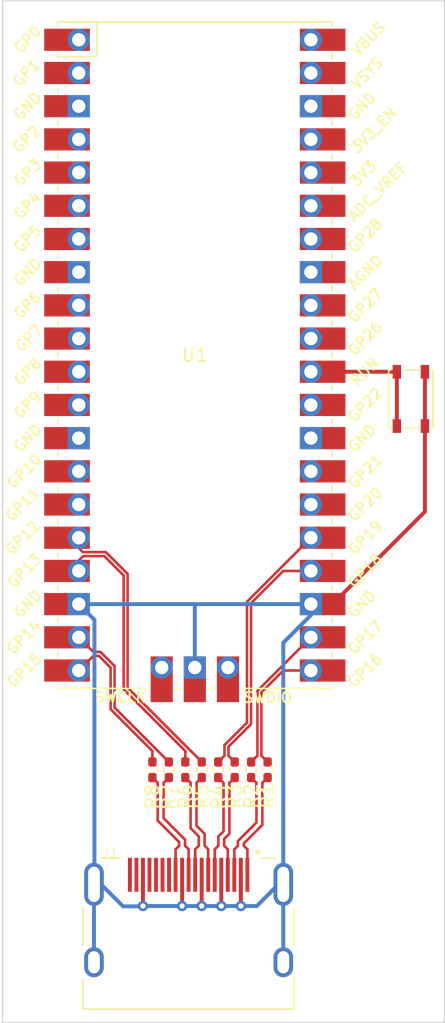
<source format=kicad_pcb>
(kicad_pcb (version 20211014) (generator pcbnew)
  (layers (0 "F.Cu" signal) (31 "B.Cu" signal) (34 "B.Paste" user) (35 "F.Paste" user) (36 "B.SilkS" user "B.Silkscreen") (37 "F.SilkS" user "F.Silkscreen") (38 "B.Mask" user) (39 "F.Mask" user) (44 "Edge.Cuts" user))
  (net 0 "")
  (net 1 "GND")
  (net 8 "FC_HDMI_D2+")
  (net 9 "FC_HDMI_D2-")
  (net 10 "FC_HDMI_D1+")
  (net 11 "FC_HDMI_D1-")
  (net 12 "FC_HDMI_D0+")
  (net 13 "FC_HDMI_D0-")
  (net 14 "FC_HDMI_CK+")
  (net 15 "FC_HDMI_CK-")
  (net 16 "Net-(SW1-Pad1)")
  (net 48 "/d2+")
  (net 49 "/d2-")
  (net 50 "/d1+")
  (net 51 "/d1-")
  (net 52 "/d0+")
  (net 53 "/d0-")
  (net 54 "/ck+")
  (net 55 "/ck-")
  (footprint "Resistor_SMD:R_0402_1005Metric_Pad0.72x0.64mm_HandSolder" (layer "F.Cu") (at 182.735714 118.8 -90)
    (fp_text reference "R7" (at 2.1 0 90) (layer "F.SilkS"))
    (fp_text value "270R" hide)
    (fp_line (start -0.167621 -0.38) (end 0.167621 -0.38) (layer "F.SilkS") (width 0.12))
    (fp_line (start -0.167621 0.38) (end 0.167621 0.38) (layer "F.SilkS") (width 0.12))
    (pad "1" smd roundrect locked (at -0.5975 0 270) (size 0.715 0.64) (layers "F.Cu" "F.Paste" "F.Mask") (net 14 "FC_HDMI_CK+"))
    (pad "2" smd roundrect locked (at 0.5975 0 270) (size 0.715 0.64) (layers "F.Cu" "F.Paste" "F.Mask") (net 54 "/ck+"))
  )
  (footprint "Resistor_SMD:R_0402_1005Metric_Pad0.72x0.64mm_HandSolder" (layer "F.Cu") (at 189.039284 118.8 -90)
    (fp_text reference "R2" (at 2.025 0 90) (layer "F.SilkS"))
    (fp_text value "270R" hide)
    (fp_line (start -0.167621 0.38) (end 0.167621 0.38) (layer "F.SilkS") (width 0.12))
    (fp_line (start -0.167621 -0.38) (end 0.167621 -0.38) (layer "F.SilkS") (width 0.12))
    (pad "1" smd roundrect locked (at -0.5975 0 270) (size 0.715 0.64) (layers "F.Cu" "F.Paste" "F.Mask") (net 9 "FC_HDMI_D2-"))
    (pad "2" smd roundrect locked (at 0.5975 0 270) (size 0.715 0.64) (layers "F.Cu" "F.Paste" "F.Mask") (net 49 "/d2-"))
  )
  (footprint "Resistor_SMD:R_0402_1005Metric_Pad0.72x0.64mm_HandSolder" (layer "F.Cu") (at 190.3 118.8 -90)
    (fp_text reference "R1" (at 2 0 90) (layer "F.SilkS"))
    (fp_text value "270R" hide)
    (fp_line (start -0.167621 0.38) (end 0.167621 0.38) (layer "F.SilkS") (width 0.12))
    (fp_line (start -0.167621 -0.38) (end 0.167621 -0.38) (layer "F.SilkS") (width 0.12))
    (pad "1" smd roundrect locked (at -0.5975 0 270) (size 0.715 0.64) (layers "F.Cu" "F.Paste" "F.Mask") (net 8 "FC_HDMI_D2+"))
    (pad "2" smd roundrect locked (at 0.5975 0 270) (size 0.715 0.64) (layers "F.Cu" "F.Paste" "F.Mask") (net 48 "/d2+"))
  )
  (footprint "Resistor_SMD:R_0402_1005Metric_Pad0.72x0.64mm_HandSolder" (layer "F.Cu") (at 186.517856 118.8 -90)
    (fp_text reference "R4" (at 2.075 0 90) (layer "F.SilkS"))
    (fp_text value "270R" hide)
    (fp_line (start -0.167621 -0.38) (end 0.167621 -0.38) (layer "F.SilkS") (width 0.12))
    (fp_line (start -0.167621 0.38) (end 0.167621 0.38) (layer "F.SilkS") (width 0.12))
    (pad "1" smd roundrect locked (at -0.5975 0 270) (size 0.715 0.64) (layers "F.Cu" "F.Paste" "F.Mask") (net 11 "FC_HDMI_D1-"))
    (pad "2" smd roundrect locked (at 0.5975 0 270) (size 0.715 0.64) (layers "F.Cu" "F.Paste" "F.Mask") (net 51 "/d1-"))
  )
  (footprint "Resistor_SMD:R_0402_1005Metric_Pad0.72x0.64mm_HandSolder" (layer "F.Cu") (at 181.475 118.8 -90)
    (fp_text reference "R8" (at 2.075 0 90) (layer "F.SilkS"))
    (fp_text value "270R" hide)
    (fp_line (start -0.167621 -0.38) (end 0.167621 -0.38) (layer "F.SilkS") (width 0.12))
    (fp_line (start -0.167621 0.38) (end 0.167621 0.38) (layer "F.SilkS") (width 0.12))
    (pad "1" smd roundrect locked (at -0.5975 0 270) (size 0.715 0.64) (layers "F.Cu" "F.Paste" "F.Mask") (net 15 "FC_HDMI_CK-"))
    (pad "2" smd roundrect locked (at 0.5975 0 270) (size 0.715 0.64) (layers "F.Cu" "F.Paste" "F.Mask") (net 55 "/ck-"))
  )
  (footprint "MCU_RaspberryPi_and_Boards:RPi_Pico_SMD_TH" (layer "F.Cu") (at 184.725 87.075)
    (fp_text reference "U1" (at 0 0) (layer "F.SilkS"))
    (fp_text value "Pico")
    (fp_text user "SWCLK" (at -5.7 26.2) (layer "F.SilkS") (effects (font (size 0.8 0.8))))
    (fp_text user "GP18" (at 13.054 16.51 45) (layer "F.SilkS") (effects (font (size 0.8 0.8))))
    (fp_text user "GP14" (at -13.1 21.59 45) (layer "F.SilkS") (effects (font (size 0.8 0.8))))
    (fp_text user "GP7" (at -12.7 -1.3 45) (layer "F.SilkS") (effects (font (size 0.8 0.8))))
    (fp_text user "GP8" (at -12.8 1.27 45) (layer "F.SilkS") (effects (font (size 0.8 0.8))))
    (fp_text user "GP21" (at 13.054 8.9 45) (layer "F.SilkS") (effects (font (size 0.8 0.8))))
    (fp_text user "GND" (at -12.8 6.35 45) (layer "F.SilkS") (effects (font (size 0.8 0.8))))
    (fp_text user "GP12" (at -13.2 13.97 45) (layer "F.SilkS") (effects (font (size 0.8 0.8))))
    (fp_text user "GP3" (at -12.8 -13.97 45) (layer "F.SilkS") (effects (font (size 0.8 0.8))))
    (fp_text user "GP6" (at -12.8 -3.81 45) (layer "F.SilkS") (effects (font (size 0.8 0.8))))
    (fp_text user "GND" (at 12.8 -19.05 45) (layer "F.SilkS") (effects (font (size 0.8 0.8))))
    (fp_text user "GP10" (at -13.054 8.89 45) (layer "F.SilkS") (effects (font (size 0.8 0.8))))
    (fp_text user "GP1" (at -12.9 -21.6 45) (layer "F.SilkS") (effects (font (size 0.8 0.8))))
    (fp_text user "GP19" (at 13.054 13.97 45) (layer "F.SilkS") (effects (font (size 0.8 0.8))))
    (fp_text user "GND" (at 12.8 6.35 45) (layer "F.SilkS") (effects (font (size 0.8 0.8))))
    (fp_text user "GND" (at 12.8 19.05 45) (layer "F.SilkS") (effects (font (size 0.8 0.8))))
    (fp_text user "GP13" (at -13.054 16.51 45) (layer "F.SilkS") (effects (font (size 0.8 0.8))))
    (fp_text user "AGND" (at 13.054 -6.35 45) (layer "F.SilkS") (effects (font (size 0.8 0.8))))
    (fp_text user "GP4" (at -12.8 -11.43 45) (layer "F.SilkS") (effects (font (size 0.8 0.8))))
    (fp_text user "GP2" (at -12.9 -16.51 45) (layer "F.SilkS") (effects (font (size 0.8 0.8))))
    (fp_text user "GND" (at -12.8 -19.05 45) (layer "F.SilkS") (effects (font (size 0.8 0.8))))
    (fp_text user "GP22" (at 13.054 3.81 45) (layer "F.SilkS") (effects (font (size 0.8 0.8))))
    (fp_text user "GP28" (at 13.054 -9.144 45) (layer "F.SilkS") (effects (font (size 0.8 0.8))))
    (fp_text user "GP26" (at 13.054 -1.27 45) (layer "F.SilkS") (effects (font (size 0.8 0.8))))
    (fp_text user "3V3_EN" (at 13.7 -17.2 45) (layer "F.SilkS") (effects (font (size 0.8 0.8))))
    (fp_text user "VSYS" (at 13.2 -21.59 45) (layer "F.SilkS") (effects (font (size 0.8 0.8))))
    (fp_text user "RUN" (at 13 1.27 45) (layer "F.SilkS") (effects (font (size 0.8 0.8))))
    (fp_text user "GP20" (at 13.054 11.43 45) (layer "F.SilkS") (effects (font (size 0.8 0.8))))
    (fp_text user "GP0" (at -12.8 -24.13 45) (layer "F.SilkS") (effects (font (size 0.8 0.8))))
    (fp_text user "GP15" (at -13.054 24.13 45) (layer "F.SilkS") (effects (font (size 0.8 0.8))))
    (fp_text user "GP11" (at -13.2 11.43 45) (layer "F.SilkS") (effects (font (size 0.8 0.8))))
    (fp_text user "GP5" (at -12.8 -8.89 45) (layer "F.SilkS") (effects (font (size 0.8 0.8))))
    (fp_text user "GND" (at -12.8 -6.35 45) (layer "F.SilkS") (effects (font (size 0.8 0.8))))
    (fp_text user "VBUS" (at 13.3 -24.2 45) (layer "F.SilkS") (effects (font (size 0.8 0.8))))
    (fp_text user "ADC_VREF" (at 14 -12.5 45) (layer "F.SilkS") (effects (font (size 0.8 0.8))))
    (fp_text user "GND" (at -12.8 19.05 45) (layer "F.SilkS") (effects (font (size 0.8 0.8))))
    (fp_text user "SWDIO" (at 5.6 26.2) (layer "F.SilkS") (effects (font (size 0.8 0.8))))
    (fp_text user "GP27" (at 13.054 -3.8 45) (layer "F.SilkS") (effects (font (size 0.8 0.8))))
    (fp_text user "3V3" (at 12.9 -13.9 45) (layer "F.SilkS") (effects (font (size 0.8 0.8))))
    (fp_text user "GP16" (at 13.054 24.13 45) (layer "F.SilkS") (effects (font (size 0.8 0.8))))
    (fp_text user "GP9" (at -12.8 3.81 45) (layer "F.SilkS") (effects (font (size 0.8 0.8))))
    (fp_text user "GP17" (at 13.054 21.59 45) (layer "F.SilkS") (effects (font (size 0.8 0.8))))
    (fp_line (start -10.5 -18) (end -10.5 -17.6) (layer "F.SilkS") (width 0.12))
    (fp_line (start -10.5 7.4) (end -10.5 7.8) (layer "F.SilkS") (width 0.12))
    (fp_line (start 10.5 20.1) (end 10.5 20.5) (layer "F.SilkS") (width 0.12))
    (fp_line (start -10.5 -25.5) (end 10.5 -25.5) (layer "F.SilkS") (width 0.12))
    (fp_line (start 10.5 -5.3) (end 10.5 -4.9) (layer "F.SilkS") (width 0.12))
    (fp_line (start -10.5 15.1) (end -10.5 15.5) (layer "F.SilkS") (width 0.12))
    (fp_line (start 10.5 12.5) (end 10.5 12.9) (layer "F.SilkS") (width 0.12))
    (fp_line (start -10.5 -22.833) (end -7.493 -22.833) (layer "F.SilkS") (width 0.12))
    (fp_line (start 10.5 -10.4) (end 10.5 -10) (layer "F.SilkS") (width 0.12))
    (fp_line (start 10.5 17.6) (end 10.5 18) (layer "F.SilkS") (width 0.12))
    (fp_line (start 10.5 7.4) (end 10.5 7.8) (layer "F.SilkS") (width 0.12))
    (fp_line (start -1.5 25.5) (end -1.1 25.5) (layer "F.SilkS") (width 0.12))
    (fp_line (start -10.5 -20.5) (end -10.5 -20.1) (layer "F.SilkS") (width 0.12))
    (fp_line (start -10.5 12.5) (end -10.5 12.9) (layer "F.SilkS") (width 0.12))
    (fp_line (start -7.493 -22.833) (end -7.493 -25.5) (layer "F.SilkS") (width 0.12))
    (fp_line (start 10.5 10) (end 10.5 10.4) (layer "F.SilkS") (width 0.12))
    (fp_line (start -10.5 -2.7) (end -10.5 -2.3) (layer "F.SilkS") (width 0.12))
    (fp_line (start -10.5 20.1) (end -10.5 20.5) (layer "F.SilkS") (width 0.12))
    (fp_line (start 10.5 -18) (end 10.5 -17.6) (layer "F.SilkS") (width 0.12))
    (fp_line (start -10.5 10) (end -10.5 10.4) (layer "F.SilkS") (width 0.12))
    (fp_line (start 10.5 -0.2) (end 10.5 0.2) (layer "F.SilkS") (width 0.12))
    (fp_line (start -10.5 -0.2) (end -10.5 0.2) (layer "F.SilkS") (width 0.12))
    (fp_line (start -10.5 4.9) (end -10.5 5.3) (layer "F.SilkS") (width 0.12))
    (fp_line (start 10.5 -23.1) (end 10.5 -22.7) (layer "F.SilkS") (width 0.12))
    (fp_line (start 10.5 22.7) (end 10.5 23.1) (layer "F.SilkS") (width 0.12))
    (fp_line (start -10.5 -5.3) (end -10.5 -4.9) (layer "F.SilkS") (width 0.12))
    (fp_line (start -10.5 2.3) (end -10.5 2.7) (layer "F.SilkS") (width 0.12))
    (fp_line (start 10.5 -2.7) (end 10.5 -2.3) (layer "F.SilkS") (width 0.12))
    (fp_line (start 10.5 -12.9) (end 10.5 -12.5) (layer "F.SilkS") (width 0.12))
    (fp_line (start -10.5 -15.4) (end -10.5 -15) (layer "F.SilkS") (width 0.12))
    (fp_line (start -10.5 22.7) (end -10.5 23.1) (layer "F.SilkS") (width 0.12))
    (fp_line (start 10.5 -25.5) (end 10.5 -25.2) (layer "F.SilkS") (width 0.12))
    (fp_line (start 10.5 -7.8) (end 10.5 -7.4) (layer "F.SilkS") (width 0.12))
    (fp_line (start 10.5 4.9) (end 10.5 5.3) (layer "F.SilkS") (width 0.12))
    (fp_line (start -10.5 -7.8) (end -10.5 -7.4) (layer "F.SilkS") (width 0.12))
    (fp_line (start -10.5 -10.4) (end -10.5 -10) (layer "F.SilkS") (width 0.12))
    (fp_line (start 10.5 -15.4) (end 10.5 -15) (layer "F.SilkS") (width 0.12))
    (fp_line (start 1.1 25.5) (end 1.5 25.5) (layer "F.SilkS") (width 0.12))
    (fp_line (start 10.5 15.1) (end 10.5 15.5) (layer "F.SilkS") (width 0.12))
    (fp_line (start -3.7 25.5) (end -10.5 25.5) (layer "F.SilkS") (width 0.12))
    (fp_line (start 10.5 -20.5) (end 10.5 -20.1) (layer "F.SilkS") (width 0.12))
    (fp_line (start -10.5 -23.1) (end -10.5 -22.7) (layer "F.SilkS") (width 0.12))
    (fp_line (start -10.5 17.6) (end -10.5 18) (layer "F.SilkS") (width 0.12))
    (fp_line (start -10.5 -12.9) (end -10.5 -12.5) (layer "F.SilkS") (width 0.12))
    (fp_line (start 10.5 25.5) (end 3.7 25.5) (layer "F.SilkS") (width 0.12))
    (fp_line (start -10.5 -25.5) (end -10.5 -25.2) (layer "F.SilkS") (width 0.12))
    (fp_line (start 10.5 2.3) (end 10.5 2.7) (layer "F.SilkS") (width 0.12))
    (pad "" np_thru_hole oval locked (at -2.725 -24) (size 1.8 1.8) (drill 1.8) (layers *.Cu *.Mask))
    (pad "" np_thru_hole oval locked (at 2.725 -24) (size 1.8 1.8) (drill 1.8) (layers *.Cu *.Mask))
    (pad "" np_thru_hole oval locked (at 2.425 -20.97) (size 1.5 1.5) (drill 1.5) (layers *.Cu *.Mask))
    (pad "" np_thru_hole oval locked (at -2.425 -20.97) (size 1.5 1.5) (drill 1.5) (layers *.Cu *.Mask))
    (pad "1" thru_hole oval locked (at -8.89 -24.13) (size 1.7 1.7) (drill 1.02) (layers *.Cu *.Mask))
    (pad "1" smd rect locked (at -8.89 -24.13) (size 3.5 1.7) (drill (offset -0.9 0)) (layers "F.Cu" "F.Mask"))
    (pad "2" smd rect locked (at -8.89 -21.59) (size 3.5 1.7) (drill (offset -0.9 0)) (layers "F.Cu" "F.Mask"))
    (pad "2" thru_hole oval locked (at -8.89 -21.59) (size 1.7 1.7) (drill 1.02) (layers *.Cu *.Mask))
    (pad "3" smd rect locked (at -8.89 -19.05) (size 3.5 1.7) (drill (offset -0.9 0)) (layers "F.Cu" "F.Mask"))
    (pad "3" thru_hole rect locked (at -8.89 -19.05) (size 1.7 1.7) (drill 1.02) (layers *.Cu *.Mask))
    (pad "4" smd rect locked (at -8.89 -16.51) (size 3.5 1.7) (drill (offset -0.9 0)) (layers "F.Cu" "F.Mask"))
    (pad "4" thru_hole oval locked (at -8.89 -16.51) (size 1.7 1.7) (drill 1.02) (layers *.Cu *.Mask))
    (pad "5" smd rect locked (at -8.89 -13.97) (size 3.5 1.7) (drill (offset -0.9 0)) (layers "F.Cu" "F.Mask"))
    (pad "5" thru_hole oval locked (at -8.89 -13.97) (size 1.7 1.7) (drill 1.02) (layers *.Cu *.Mask))
    (pad "6" smd rect locked (at -8.89 -11.43) (size 3.5 1.7) (drill (offset -0.9 0)) (layers "F.Cu" "F.Mask"))
    (pad "6" thru_hole oval locked (at -8.89 -11.43) (size 1.7 1.7) (drill 1.02) (layers *.Cu *.Mask))
    (pad "7" smd rect locked (at -8.89 -8.89) (size 3.5 1.7) (drill (offset -0.9 0)) (layers "F.Cu" "F.Mask"))
    (pad "7" thru_hole oval locked (at -8.89 -8.89) (size 1.7 1.7) (drill 1.02) (layers *.Cu *.Mask))
    (pad "8" thru_hole rect locked (at -8.89 -6.35) (size 1.7 1.7) (drill 1.02) (layers *.Cu *.Mask))
    (pad "8" smd rect locked (at -8.89 -6.35) (size 3.5 1.7) (drill (offset -0.9 0)) (layers "F.Cu" "F.Mask"))
    (pad "9" smd rect locked (at -8.89 -3.81) (size 3.5 1.7) (drill (offset -0.9 0)) (layers "F.Cu" "F.Mask"))
    (pad "9" thru_hole oval locked (at -8.89 -3.81) (size 1.7 1.7) (drill 1.02) (layers *.Cu *.Mask))
    (pad "10" smd rect locked (at -8.89 -1.27) (size 3.5 1.7) (drill (offset -0.9 0)) (layers "F.Cu" "F.Mask"))
    (pad "10" thru_hole oval locked (at -8.89 -1.27) (size 1.7 1.7) (drill 1.02) (layers *.Cu *.Mask))
    (pad "11" smd rect locked (at -8.89 1.27) (size 3.5 1.7) (drill (offset -0.9 0)) (layers "F.Cu" "F.Mask"))
    (pad "11" thru_hole oval locked (at -8.89 1.27) (size 1.7 1.7) (drill 1.02) (layers *.Cu *.Mask))
    (pad "12" thru_hole oval locked (at -8.89 3.81) (size 1.7 1.7) (drill 1.02) (layers *.Cu *.Mask))
    (pad "12" smd rect locked (at -8.89 3.81) (size 3.5 1.7) (drill (offset -0.9 0)) (layers "F.Cu" "F.Mask"))
    (pad "13" smd rect locked (at -8.89 6.35) (size 3.5 1.7) (drill (offset -0.9 0)) (layers "F.Cu" "F.Mask"))
    (pad "13" thru_hole rect locked (at -8.89 6.35) (size 1.7 1.7) (drill 1.02) (layers *.Cu *.Mask))
    (pad "14" smd rect locked (at -8.89 8.89) (size 3.5 1.7) (drill (offset -0.9 0)) (layers "F.Cu" "F.Mask"))
    (pad "14" thru_hole oval locked (at -8.89 8.89) (size 1.7 1.7) (drill 1.02) (layers *.Cu *.Mask))
    (pad "15" smd rect locked (at -8.89 11.43) (size 3.5 1.7) (drill (offset -0.9 0)) (layers "F.Cu" "F.Mask"))
    (pad "15" thru_hole oval locked (at -8.89 11.43) (size 1.7 1.7) (drill 1.02) (layers *.Cu *.Mask))
    (pad "16" smd rect locked (at -8.89 13.97) (size 3.5 1.7) (drill (offset -0.9 0)) (layers "F.Cu" "F.Mask") (net 12 "FC_HDMI_D0+"))
    (pad "16" thru_hole oval locked (at -8.89 13.97) (size 1.7 1.7) (drill 1.02) (layers *.Cu *.Mask) (net 12 "FC_HDMI_D0+"))
    (pad "17" thru_hole oval locked (at -8.89 16.51) (size 1.7 1.7) (drill 1.02) (layers *.Cu *.Mask) (net 13 "FC_HDMI_D0-"))
    (pad "17" smd rect locked (at -8.89 16.51) (size 3.5 1.7) (drill (offset -0.9 0)) (layers "F.Cu" "F.Mask") (net 13 "FC_HDMI_D0-"))
    (pad "18" smd rect locked (at -8.89 19.05) (size 3.5 1.7) (drill (offset -0.9 0)) (layers "F.Cu" "F.Mask") (net 1 "GND"))
    (pad "18" thru_hole rect locked (at -8.89 19.05) (size 1.7 1.7) (drill 1.02) (layers *.Cu *.Mask) (net 1 "GND"))
    (pad "19" thru_hole oval locked (at -8.89 21.59) (size 1.7 1.7) (drill 1.02) (layers *.Cu *.Mask) (net 14 "FC_HDMI_CK+"))
    (pad "19" smd rect locked (at -8.89 21.59) (size 3.5 1.7) (drill (offset -0.9 0)) (layers "F.Cu" "F.Mask") (net 14 "FC_HDMI_CK+"))
    (pad "20" smd rect locked (at -8.89 24.13) (size 3.5 1.7) (drill (offset -0.9 0)) (layers "F.Cu" "F.Mask") (net 15 "FC_HDMI_CK-"))
    (pad "20" thru_hole oval locked (at -8.89 24.13) (size 1.7 1.7) (drill 1.02) (layers *.Cu *.Mask) (net 15 "FC_HDMI_CK-"))
    (pad "21" thru_hole oval locked (at 8.89 24.13) (size 1.7 1.7) (drill 1.02) (layers *.Cu *.Mask) (net 8 "FC_HDMI_D2+"))
    (pad "21" smd rect locked (at 8.89 24.13) (size 3.5 1.7) (drill (offset 0.9 0)) (layers "F.Cu" "F.Mask") (net 8 "FC_HDMI_D2+"))
    (pad "22" thru_hole oval locked (at 8.89 21.59) (size 1.7 1.7) (drill 1.02) (layers *.Cu *.Mask) (net 9 "FC_HDMI_D2-"))
    (pad "22" smd rect locked (at 8.89 21.59) (size 3.5 1.7) (drill (offset 0.9 0)) (layers "F.Cu" "F.Mask") (net 9 "FC_HDMI_D2-"))
    (pad "23" thru_hole rect locked (at 8.89 19.05) (size 1.7 1.7) (drill 1.02) (layers *.Cu *.Mask) (net 1 "GND"))
    (pad "23" smd rect locked (at 8.89 19.05) (size 3.5 1.7) (drill (offset 0.9 0)) (layers "F.Cu" "F.Mask") (net 1 "GND"))
    (pad "24" smd rect locked (at 8.89 16.51) (size 3.5 1.7) (drill (offset 0.9 0)) (layers "F.Cu" "F.Mask") (net 10 "FC_HDMI_D1+"))
    (pad "24" thru_hole oval locked (at 8.89 16.51) (size 1.7 1.7) (drill 1.02) (layers *.Cu *.Mask) (net 10 "FC_HDMI_D1+"))
    (pad "25" smd rect locked (at 8.89 13.97) (size 3.5 1.7) (drill (offset 0.9 0)) (layers "F.Cu" "F.Mask") (net 11 "FC_HDMI_D1-"))
    (pad "25" thru_hole oval locked (at 8.89 13.97) (size 1.7 1.7) (drill 1.02) (layers *.Cu *.Mask) (net 11 "FC_HDMI_D1-"))
    (pad "26" smd rect locked (at 8.89 11.43) (size 3.5 1.7) (drill (offset 0.9 0)) (layers "F.Cu" "F.Mask"))
    (pad "26" thru_hole oval locked (at 8.89 11.43) (size 1.7 1.7) (drill 1.02) (layers *.Cu *.Mask))
    (pad "27" smd rect locked (at 8.89 8.89) (size 3.5 1.7) (drill (offset 0.9 0)) (layers "F.Cu" "F.Mask"))
    (pad "27" thru_hole oval locked (at 8.89 8.89) (size 1.7 1.7) (drill 1.02) (layers *.Cu *.Mask))
    (pad "28" thru_hole rect locked (at 8.89 6.35) (size 1.7 1.7) (drill 1.02) (layers *.Cu *.Mask))
    (pad "28" smd rect locked (at 8.89 6.35) (size 3.5 1.7) (drill (offset 0.9 0)) (layers "F.Cu" "F.Mask"))
    (pad "29" smd rect locked (at 8.89 3.81) (size 3.5 1.7) (drill (offset 0.9 0)) (layers "F.Cu" "F.Mask"))
    (pad "29" thru_hole oval locked (at 8.89 3.81) (size 1.7 1.7) (drill 1.02) (layers *.Cu *.Mask))
    (pad "30" smd rect locked (at 8.89 1.27) (size 3.5 1.7) (drill (offset 0.9 0)) (layers "F.Cu" "F.Mask") (net 16 "Net-(SW1-Pad1)"))
    (pad "30" thru_hole oval locked (at 8.89 1.27) (size 1.7 1.7) (drill 1.02) (layers *.Cu *.Mask) (net 16 "Net-(SW1-Pad1)"))
    (pad "31" smd rect locked (at 8.89 -1.27) (size 3.5 1.7) (drill (offset 0.9 0)) (layers "F.Cu" "F.Mask"))
    (pad "31" thru_hole oval locked (at 8.89 -1.27) (size 1.7 1.7) (drill 1.02) (layers *.Cu *.Mask))
    (pad "32" smd rect locked (at 8.89 -3.81) (size 3.5 1.7) (drill (offset 0.9 0)) (layers "F.Cu" "F.Mask"))
    (pad "32" thru_hole oval locked (at 8.89 -3.81) (size 1.7 1.7) (drill 1.02) (layers *.Cu *.Mask))
    (pad "33" thru_hole rect locked (at 8.89 -6.35) (size 1.7 1.7) (drill 1.02) (layers *.Cu *.Mask))
    (pad "33" smd rect locked (at 8.89 -6.35) (size 3.5 1.7) (drill (offset 0.9 0)) (layers "F.Cu" "F.Mask"))
    (pad "34" thru_hole oval locked (at 8.89 -8.89) (size 1.7 1.7) (drill 1.02) (layers *.Cu *.Mask))
    (pad "34" smd rect locked (at 8.89 -8.89) (size 3.5 1.7) (drill (offset 0.9 0)) (layers "F.Cu" "F.Mask"))
    (pad "35" smd rect locked (at 8.89 -11.43) (size 3.5 1.7) (drill (offset 0.9 0)) (layers "F.Cu" "F.Mask"))
    (pad "35" thru_hole oval locked (at 8.89 -11.43) (size 1.7 1.7) (drill 1.02) (layers *.Cu *.Mask))
    (pad "36" smd rect locked (at 8.89 -13.97) (size 3.5 1.7) (drill (offset 0.9 0)) (layers "F.Cu" "F.Mask"))
    (pad "36" thru_hole oval locked (at 8.89 -13.97) (size 1.7 1.7) (drill 1.02) (layers *.Cu *.Mask))
    (pad "37" thru_hole oval locked (at 8.89 -16.51) (size 1.7 1.7) (drill 1.02) (layers *.Cu *.Mask))
    (pad "37" smd rect locked (at 8.89 -16.51) (size 3.5 1.7) (drill (offset 0.9 0)) (layers "F.Cu" "F.Mask"))
    (pad "38" smd rect locked (at 8.89 -19.05) (size 3.5 1.7) (drill (offset 0.9 0)) (layers "F.Cu" "F.Mask"))
    (pad "38" thru_hole rect locked (at 8.89 -19.05) (size 1.7 1.7) (drill 1.02) (layers *.Cu *.Mask))
    (pad "39" smd rect locked (at 8.89 -21.59) (size 3.5 1.7) (drill (offset 0.9 0)) (layers "F.Cu" "F.Mask"))
    (pad "39" thru_hole oval locked (at 8.89 -21.59) (size 1.7 1.7) (drill 1.02) (layers *.Cu *.Mask))
    (pad "40" thru_hole oval locked (at 8.89 -24.13) (size 1.7 1.7) (drill 1.02) (layers *.Cu *.Mask))
    (pad "40" smd rect locked (at 8.89 -24.13) (size 3.5 1.7) (drill (offset 0.9 0)) (layers "F.Cu" "F.Mask"))
    (pad "41" smd rect locked (at -2.54 23.9 90) (size 3.5 1.7) (drill (offset -0.9 0)) (layers "F.Cu" "F.Mask"))
    (pad "41" thru_hole oval locked (at -2.54 23.9) (size 1.7 1.7) (drill 1.02) (layers *.Cu *.Mask))
    (pad "42" thru_hole rect locked (at 0 23.9) (size 1.7 1.7) (drill 1.02) (layers *.Cu *.Mask) (net 1 "GND"))
    (pad "42" smd rect locked (at 0 23.9 90) (size 3.5 1.7) (drill (offset -0.9 0)) (layers "F.Cu" "F.Mask") (net 1 "GND"))
    (pad "43" smd rect locked (at 2.54 23.9 90) (size 3.5 1.7) (drill (offset -0.9 0)) (layers "F.Cu" "F.Mask"))
    (pad "43" thru_hole oval locked (at 2.54 23.9) (size 1.7 1.7) (drill 1.02) (layers *.Cu *.Mask))
  )
  (footprint "Resistor_SMD:R_0402_1005Metric_Pad0.72x0.64mm_HandSolder" (layer "F.Cu") (at 183.996428 118.8 -90)
    (fp_text reference "R6" (at 2.05 0 90) (layer "F.SilkS"))
    (fp_text value "270R" hide)
    (fp_line (start -0.167621 -0.38) (end 0.167621 -0.38) (layer "F.SilkS") (width 0.12))
    (fp_line (start -0.167621 0.38) (end 0.167621 0.38) (layer "F.SilkS") (width 0.12))
    (pad "1" smd roundrect locked (at -0.5975 0 270) (size 0.715 0.64) (layers "F.Cu" "F.Paste" "F.Mask") (net 13 "FC_HDMI_D0-"))
    (pad "2" smd roundrect locked (at 0.5975 0 270) (size 0.715 0.64) (layers "F.Cu" "F.Paste" "F.Mask") (net 53 "/d0-"))
  )
  (footprint "CM4IO:EDAC 690-019-298-412" (layer "F.Cu") (at 184.25 127.56825)
    (fp_text reference "J1" (at -6.01142 -2.43939) (layer "F.SilkS") (effects (font (size 0.800457 0.800457) (thickness 0.05))))
    (fp_text value "HDMI_A_1.4" hide)
    (fp_line (start -6.7 -2) (end -5.2 -2) (layer "F.SilkS") (width 0.127))
    (fp_line (start -8.1 9.55) (end -8.1 7.2) (layer "F.SilkS") (width 0.127))
    (fp_line (start 8.1 7.1) (end 8.1 9.55) (layer "F.SilkS") (width 0.127))
    (fp_line (start -8.1 9.55) (end 8.1 9.55) (layer "F.SilkS") (width 0.127))
    (fp_line (start -8.1 4.7) (end -8.1 1.8) (layer "F.SilkS") (width 0.127))
    (fp_line (start 8.1 1.9) (end 8.1 4.7) (layer "F.SilkS") (width 0.127))
    (fp_line (start 5.6 -2) (end 6.7 -2) (layer "F.SilkS") (width 0.127))
    (fp_circle (center 5.3 -2.5) (end 5.4 -2.5) (layer "F.SilkS") (width 0.2) (fill none))
    (pad "1" smd rect (at 4.5 -0.73 90) (size 2.6 0.3) (layers "F.Cu" "F.Paste" "F.Mask") (net 48 "/d2+"))
    (pad "2" smd rect (at 4 -0.73 90) (size 2.6 0.3) (layers "F.Cu" "F.Paste" "F.Mask") (net 1 "GND"))
    (pad "3" smd rect (at 3.5 -0.73 90) (size 2.6 0.3) (layers "F.Cu" "F.Paste" "F.Mask") (net 49 "/d2-"))
    (pad "4" smd rect (at 3 -0.73 90) (size 2.6 0.3) (layers "F.Cu" "F.Paste" "F.Mask") (net 50 "/d1+"))
    (pad "5" smd rect (at 2.5 -0.73 90) (size 2.6 0.3) (layers "F.Cu" "F.Paste" "F.Mask") (net 1 "GND"))
    (pad "6" smd rect (at 2 -0.73 90) (size 2.6 0.3) (layers "F.Cu" "F.Paste" "F.Mask") (net 51 "/d1-"))
    (pad "7" smd rect (at 1.5 -0.73 90) (size 2.6 0.3) (layers "F.Cu" "F.Paste" "F.Mask") (net 52 "/d0+"))
    (pad "8" smd rect (at 1 -0.73 90) (size 2.6 0.3) (layers "F.Cu" "F.Paste" "F.Mask") (net 1 "GND"))
    (pad "9" smd rect (at 0.5 -0.73 90) (size 2.6 0.3) (layers "F.Cu" "F.Paste" "F.Mask") (net 53 "/d0-"))
    (pad "10" smd rect (at 0 -0.73 90) (size 2.6 0.3) (layers "F.Cu" "F.Paste" "F.Mask") (net 54 "/ck+"))
    (pad "11" smd rect (at -0.5 -0.73 90) (size 2.6 0.3) (layers "F.Cu" "F.Paste" "F.Mask") (net 1 "GND"))
    (pad "12" smd rect (at -1 -0.73 90) (size 2.6 0.3) (layers "F.Cu" "F.Paste" "F.Mask") (net 55 "/ck-"))
    (pad "13" smd rect (at -1.5 -0.73 90) (size 2.6 0.3) (layers "F.Cu" "F.Paste" "F.Mask"))
    (pad "14" smd rect (at -2 -0.73 90) (size 2.6 0.3) (layers "F.Cu" "F.Paste" "F.Mask"))
    (pad "15" smd rect (at -2.5 -0.73 90) (size 2.6 0.3) (layers "F.Cu" "F.Paste" "F.Mask"))
    (pad "16" smd rect (at -3 -0.73 90) (size 2.6 0.3) (layers "F.Cu" "F.Paste" "F.Mask"))
    (pad "17" smd rect (at -3.5 -0.73 90) (size 2.6 0.3) (layers "F.Cu" "F.Paste" "F.Mask") (net 1 "GND"))
    (pad "18" smd rect (at -4 -0.73 90) (size 2.6 0.3) (layers "F.Cu" "F.Paste" "F.Mask"))
    (pad "19" smd rect (at -4.5 -0.73 90) (size 2.6 0.3) (layers "F.Cu" "F.Paste" "F.Mask"))
    (pad "SH1" thru_hole oval (at 7.25 0) (size 1.5 3.3) (drill oval 0.9 2.7) (layers *.Cu *.Mask) (net 1 "GND"))
    (pad "SH2" thru_hole oval (at -7.25 0) (size 1.5 3.3) (drill oval 0.9 2.7) (layers *.Cu *.Mask) (net 1 "GND"))
    (pad "SH3" thru_hole oval (at -7.25 5.96) (size 1.5 2.3) (drill oval 0.9 1.7) (layers *.Cu *.Mask) (net 1 "GND"))
    (pad "SH4" thru_hole oval (at 7.25 5.96) (size 1.5 2.3) (drill oval 0.9 1.7) (layers *.Cu *.Mask) (net 1 "GND"))
  )
  (footprint "Resistor_SMD:R_0402_1005Metric_Pad0.72x0.64mm_HandSolder" (layer "F.Cu") (at 185.257142 118.8 -90)
    (fp_text reference "R5" (at 2.05 0 90) (layer "F.SilkS"))
    (fp_text value "270R" hide)
    (fp_line (start -0.167621 0.38) (end 0.167621 0.38) (layer "F.SilkS") (width 0.12))
    (fp_line (start -0.167621 -0.38) (end 0.167621 -0.38) (layer "F.SilkS") (width 0.12))
    (pad "1" smd roundrect locked (at -0.5975 0 270) (size 0.715 0.64) (layers "F.Cu" "F.Paste" "F.Mask") (net 12 "FC_HDMI_D0+"))
    (pad "2" smd roundrect locked (at 0.5975 0 270) (size 0.715 0.64) (layers "F.Cu" "F.Paste" "F.Mask") (net 52 "/d0+"))
  )
  (footprint "Resistor_SMD:R_0402_1005Metric_Pad0.72x0.64mm_HandSolder" (layer "F.Cu") (at 187.77857 118.8 -90)
    (fp_text reference "R3" (at 2.05 0 90) (layer "F.SilkS"))
    (fp_text value "270R" hide)
    (fp_line (start -0.167621 0.38) (end 0.167621 0.38) (layer "F.SilkS") (width 0.12))
    (fp_line (start -0.167621 -0.38) (end 0.167621 -0.38) (layer "F.SilkS") (width 0.12))
    (pad "1" smd roundrect locked (at -0.5975 0 270) (size 0.715 0.64) (layers "F.Cu" "F.Paste" "F.Mask") (net 10 "FC_HDMI_D1+"))
    (pad "2" smd roundrect locked (at 0.5975 0 270) (size 0.715 0.64) (layers "F.Cu" "F.Paste" "F.Mask") (net 50 "/d1+"))
  )
  (footprint "Button_Switch_SMD:SW_SPST_PTS810" (layer "F.Cu") (at 201.275 90.425 90)
    (fp_text reference "SW1" hide)
    (fp_text value "SW_Push" hide)
    (fp_line (start 2.2 -1.58) (end 2.2 -1.7) (layer "F.SilkS") (width 0.12))
    (fp_line (start -2.2 1.58) (end -2.2 1.7) (layer "F.SilkS") (width 0.12))
    (fp_line (start 2.2 1.7) (end 2.2 1.58) (layer "F.SilkS") (width 0.12))
    (fp_line (start -2.2 -1.7) (end -2.2 -1.58) (layer "F.SilkS") (width 0.12))
    (fp_line (start -2.2 1.7) (end 2.2 1.7) (layer "F.SilkS") (width 0.12))
    (fp_line (start 2.2 -1.7) (end -2.2 -1.7) (layer "F.SilkS") (width 0.12))
    (fp_line (start -2.2 -0.57) (end -2.2 0.57) (layer "F.SilkS") (width 0.12))
    (fp_line (start 2.2 0.57) (end 2.2 -0.57) (layer "F.SilkS") (width 0.12))
    (pad "1" smd rect locked (at -2.075 -1.075 90) (size 1.05 0.65) (layers "F.Cu" "F.Paste" "F.Mask") (net 16 "Net-(SW1-Pad1)"))
    (pad "1" smd rect locked (at 2.075 -1.075 90) (size 1.05 0.65) (layers "F.Cu" "F.Paste" "F.Mask") (net 16 "Net-(SW1-Pad1)"))
    (pad "2" smd rect locked (at -2.075 1.075 90) (size 1.05 0.65) (layers "F.Cu" "F.Paste" "F.Mask") (net 1 "GND"))
    (pad "2" smd rect locked (at 2.075 1.075 90) (size 1.05 0.65) (layers "F.Cu" "F.Paste" "F.Mask") (net 1 "GND"))
  )
  (gr_rect (start 170 59.95) (end 203.85 138.15) (layer "Edge.Cuts") (width 0.1) (fill none))
  (segment (start 202.35 99.049022) (end 202.35 92.5) (width 0.3) (layer "F.Cu") (net 1))
  (segment (start 186.75 126.83825) (end 186.75 129.225) (width 0.3) (layer "F.Cu") (net 1))
  (segment (start 180.75 126.83825) (end 180.75 129.225) (width 0.3) (layer "F.Cu") (net 1))
  (segment (start 202.35 92.5) (end 202.35 88.35) (width 0.3) (layer "F.Cu") (net 1))
  (segment (start 183.75 126.83825) (end 183.75 129.225) (width 0.3) (layer "F.Cu") (net 1))
  (segment (start 195.274022 106.125) (end 202.35 99.049022) (width 0.3) (layer "F.Cu") (net 1))
  (segment (start 193.615 106.125) (end 195.274022 106.125) (width 0.3) (layer "F.Cu") (net 1))
  (segment (start 188.25 126.83825) (end 188.25 129.225) (width 0.3) (layer "F.Cu") (net 1))
  (segment (start 185.25 126.83825) (end 185.25 129.225) (width 0.3) (layer "F.Cu") (net 1))
  (via (at 186.75 129.225) (size 0.8) (drill 0.4) (layers "F.Cu" "B.Cu") (net 1))
  (via (at 188.25 129.225) (size 0.8) (drill 0.4) (layers "F.Cu" "B.Cu") (net 1))
  (via (at 180.75 129.225) (size 0.8) (drill 0.4) (layers "F.Cu" "B.Cu") (net 1))
  (via (at 185.25 129.225) (size 0.8) (drill 0.4) (layers "F.Cu" "B.Cu") (net 1))
  (via (at 183.75 129.225) (size 0.8) (drill 0.4) (layers "F.Cu" "B.Cu") (net 1))
  (segment (start 177 127.56825) (end 177.54325 127.56825) (width 0.3) (layer "B.Cu") (net 1))
  (segment (start 191.5 127.56825) (end 191.5 109.083634) (width 0.3) (layer "B.Cu") (net 1))
  (segment (start 191.5 133.52825) (end 191.5 127.56825) (width 0.3) (layer "B.Cu") (net 1))
  (segment (start 189.475 129.225) (end 188.25 129.225) (width 0.3) (layer "B.Cu") (net 1))
  (segment (start 183.75 129.225) (end 180.75 129.225) (width 0.3) (layer "B.Cu") (net 1))
  (segment (start 184.65 106.125) (end 175.835 106.125) (width 0.3) (layer "B.Cu") (net 1))
  (segment (start 184.725 110.975) (end 184.725 106.2) (width 0.3) (layer "B.Cu") (net 1))
  (segment (start 177 127.56825) (end 177.034511 127.533739) (width 0.3) (layer "B.Cu") (net 1))
  (segment (start 177 133.52825) (end 177 127.56825) (width 0.3) (layer "B.Cu") (net 1))
  (segment (start 184.725 106.2) (end 184.65 106.125) (width 0.3) (layer "B.Cu") (net 1))
  (segment (start 193.615 106.125) (end 184.65 106.125) (width 0.3) (layer "B.Cu") (net 1))
  (segment (start 191.13175 127.56825) (end 189.475 129.225) (width 0.3) (layer "B.Cu") (net 1))
  (segment (start 180.725 129.25) (end 180.75 129.225) (width 0.3) (layer "B.Cu") (net 1))
  (segment (start 191.5 109.083634) (end 193.615 106.968634) (width 0.3) (layer "B.Cu") (net 1))
  (segment (start 191.5 127.56825) (end 191.13175 127.56825) (width 0.3) (layer "B.Cu") (net 1))
  (segment (start 177.034511 107.324511) (end 175.835 106.125) (width 0.3) (layer "B.Cu") (net 1))
  (segment (start 179.225 129.25) (end 180.725 129.25) (width 0.3) (layer "B.Cu") (net 1))
  (segment (start 185.25 129.225) (end 183.75 129.225) (width 0.3) (layer "B.Cu") (net 1))
  (segment (start 177.034511 127.533739) (end 177.034511 107.324511) (width 0.3) (layer "B.Cu") (net 1))
  (segment (start 186.75 129.225) (end 185.25 129.225) (width 0.3) (layer "B.Cu") (net 1))
  (segment (start 188.25 129.225) (end 186.75 129.225) (width 0.3) (layer "B.Cu") (net 1))
  (segment (start 193.615 106.968634) (end 193.615 106.125) (width 0.3) (layer "B.Cu") (net 1))
  (segment (start 177.54325 127.56825) (end 179.225 129.25) (width 0.3) (layer "B.Cu") (net 1))
  (segment (start 190.3 118.2025) (end 189.820442 117.722942) (width 0.2) (layer "F.Cu") (net 8))
  (segment (start 191.501527 111.205) (end 193.615 111.205) (width 0.2) (layer "F.Cu") (net 8))
  (segment (start 189.820442 112.886085) (end 191.501527 111.205) (width 0.2) (layer "F.Cu") (net 8))
  (segment (start 189.820442 117.722942) (end 189.820442 112.886085) (width 0.2) (layer "F.Cu") (net 8))
  (segment (start 189.518842 112.761158) (end 193.615 108.665) (width 0.2) (layer "F.Cu") (net 9))
  (segment (start 189.518842 117.722942) (end 189.518842 112.761158) (width 0.2) (layer "F.Cu") (net 9))
  (segment (start 189.039284 118.2025) (end 189.518842 117.722942) (width 0.2) (layer "F.Cu") (net 9))
  (segment (start 191.501527 103.585) (end 193.615 103.585) (width 0.2) (layer "F.Cu") (net 10))
  (segment (start 187.299013 117.722943) (end 187.299013 117.039251) (width 0.2) (layer "F.Cu") (net 10))
  (segment (start 189.0258 115.312464) (end 189.0258 106.060727) (width 0.2) (layer "F.Cu") (net 10))
  (segment (start 187.299013 117.039251) (end 189.0258 115.312464) (width 0.2) (layer "F.Cu") (net 10))
  (segment (start 187.77857 118.2025) (end 187.299013 117.722943) (width 0.2) (layer "F.Cu") (net 10))
  (segment (start 189.0258 106.060727) (end 191.501527 103.585) (width 0.2) (layer "F.Cu") (net 10))
  (segment (start 186.997413 117.722943) (end 186.997413 116.914323) (width 0.2) (layer "F.Cu") (net 11))
  (segment (start 188.7242 105.9358) (end 193.615 101.045) (width 0.2) (layer "F.Cu") (net 11))
  (segment (start 186.997413 116.914323) (end 188.7242 115.187536) (width 0.2) (layer "F.Cu") (net 11))
  (segment (start 188.7242 115.187536) (end 188.7242 105.9358) (width 0.2) (layer "F.Cu") (net 11))
  (segment (start 186.517856 118.2025) (end 186.997413 117.722943) (width 0.2) (layer "F.Cu") (net 11))
  (segment (start 185.257142 118.2025) (end 179.5758 112.521158) (width 0.2) (layer "F.Cu") (net 12))
  (segment (start 179.5758 103.812536) (end 177.912464 102.1492) (width 0.2) (layer "F.Cu") (net 12))
  (segment (start 175.835 101.835) (end 175.835 101.045) (width 0.2) (layer "F.Cu") (net 12))
  (segment (start 176.1492 102.1492) (end 175.835 101.835) (width 0.2) (layer "F.Cu") (net 12))
  (segment (start 177.912464 102.1492) (end 176.1492 102.1492) (width 0.2) (layer "F.Cu") (net 12))
  (segment (start 179.5758 112.521158) (end 179.5758 103.812536) (width 0.2) (layer "F.Cu") (net 12))
  (segment (start 183.996428 117.368313) (end 179.2742 112.646085) (width 0.2) (layer "F.Cu") (net 13))
  (segment (start 175.835 102.79) (end 175.835 103.585) (width 0.2) (layer "F.Cu") (net 13))
  (segment (start 177.787536 102.4508) (end 176.1742 102.4508) (width 0.2) (layer "F.Cu") (net 13))
  (segment (start 179.2742 103.937464) (end 177.787536 102.4508) (width 0.2) (layer "F.Cu") (net 13))
  (segment (start 179.2742 112.646085) (end 179.2742 103.937464) (width 0.2) (layer "F.Cu") (net 13))
  (segment (start 176.1742 102.4508) (end 175.835 102.79) (width 0.2) (layer "F.Cu") (net 13))
  (segment (start 183.996428 118.2025) (end 183.996428 117.368313) (width 0.2) (layer "F.Cu") (net 13))
  (segment (start 178.5758 114.042586) (end 182.735714 118.2025) (width 0.2) (layer "F.Cu") (net 14))
  (segment (start 176.9542 109.7842) (end 177.497464 109.7842) (width 0.2) (layer "F.Cu") (net 14))
  (segment (start 175.835 108.665) (end 176.9542 109.7842) (width 0.2) (layer "F.Cu") (net 14))
  (segment (start 175.95 108.78) (end 175.835 108.665) (width 0.2) (layer "F.Cu") (net 14))
  (segment (start 178.5758 110.862536) (end 178.5758 114.042586) (width 0.2) (layer "F.Cu") (net 14))
  (segment (start 177.497464 109.7842) (end 178.5758 110.862536) (width 0.2) (layer "F.Cu") (net 14))
  (segment (start 176.9542 110.0858) (end 177.372536 110.0858) (width 0.2) (layer "F.Cu") (net 15))
  (segment (start 181.475 117.368313) (end 181.475 118.2025) (width 0.2) (layer "F.Cu") (net 15))
  (segment (start 175.835 111.205) (end 176.9542 110.0858) (width 0.2) (layer "F.Cu") (net 15))
  (segment (start 175.95 111.09) (end 175.835 111.205) (width 0.2) (layer "F.Cu") (net 15))
  (segment (start 178.2742 114.167513) (end 181.475 117.368313) (width 0.2) (layer "F.Cu") (net 15))
  (segment (start 177.372536 110.0858) (end 178.2742 110.987464) (width 0.2) (layer "F.Cu") (net 15))
  (segment (start 178.2742 110.987464) (end 178.2742 114.167513) (width 0.2) (layer "F.Cu") (net 15))
  (segment (start 193.615 88.345) (end 200.195 88.345) (width 0.3) (layer "F.Cu") (net 16))
  (segment (start 200.195 88.345) (end 200.2 88.35) (width 0.3) (layer "F.Cu") (net 16))
  (segment (start 200.2 88.35) (end 200.2 92.5) (width 0.3) (layer "F.Cu") (net 16))
  (segment (start 189.894643 123.023557) (end 188.475 124.4432) (width 0.2) (layer "F.Cu") (net 48))
  (segment (start 189.894643 119.802857) (end 189.894643 123.023557) (width 0.2) (layer "F.Cu") (net 48))
  (segment (start 190.3 119.3975) (end 189.894643 119.802857) (width 0.2) (layer "F.Cu") (net 48))
  (segment (start 188.475 124.4432) (end 188.475 124.613249) (width 0.2) (layer "F.Cu") (net 48))
  (segment (start 188.475 124.613249) (end 188.75 124.888249) (width 0.2) (layer "F.Cu") (net 48))
  (segment (start 188.75 124.888249) (end 188.75 126.83825) (width 0.2) (layer "F.Cu") (net 48))
  (segment (start 189.039284 119.3975) (end 189.444641 119.802857) (width 0.2) (layer "F.Cu") (net 49))
  (segment (start 188.025 124.2568) (end 188.025 124.613249) (width 0.2) (layer "F.Cu") (net 49))
  (segment (start 188.025 124.613249) (end 187.75 124.888249) (width 0.2) (layer "F.Cu") (net 49))
  (segment (start 189.444641 122.837159) (end 188.025 124.2568) (width 0.2) (layer "F.Cu") (net 49))
  (segment (start 187.75 124.888249) (end 187.75 126.83825) (width 0.2) (layer "F.Cu") (net 49))
  (segment (start 189.444641 119.802857) (end 189.444641 122.837159) (width 0.2) (layer "F.Cu") (net 49))
  (segment (start 187.373214 119.802856) (end 187.373214 123.694986) (width 0.2) (layer "F.Cu") (net 50))
  (segment (start 187.77857 119.3975) (end 187.373214 119.802856) (width 0.2) (layer "F.Cu") (net 50))
  (segment (start 186.975 124.613249) (end 187.25 124.888249) (width 0.2) (layer "F.Cu") (net 50))
  (segment (start 186.975 124.0932) (end 186.975 124.613249) (width 0.2) (layer "F.Cu") (net 50))
  (segment (start 187.373214 123.694986) (end 186.975 124.0932) (width 0.2) (layer "F.Cu") (net 50))
  (segment (start 187.25 124.888249) (end 187.25 126.83825) (width 0.2) (layer "F.Cu") (net 50))
  (segment (start 186.923212 123.508588) (end 186.525 123.9068) (width 0.2) (layer "F.Cu") (net 51))
  (segment (start 186.525 123.9068) (end 186.525 124.613249) (width 0.2) (layer "F.Cu") (net 51))
  (segment (start 186.25 124.888249) (end 186.25 126.83825) (width 0.2) (layer "F.Cu") (net 51))
  (segment (start 186.525 124.613249) (end 186.25 124.888249) (width 0.2) (layer "F.Cu") (net 51))
  (segment (start 186.923212 119.802856) (end 186.923212 123.508588) (width 0.2) (layer "F.Cu") (net 51))
  (segment (start 186.517856 119.3975) (end 186.923212 119.802856) (width 0.2) (layer "F.Cu") (net 51))
  (segment (start 184.851786 123.083586) (end 185.475 123.7068) (width 0.2) (layer "F.Cu") (net 52))
  (segment (start 185.475 123.7068) (end 185.475 124.613249) (width 0.2) (layer "F.Cu") (net 52))
  (segment (start 185.475 124.613249) (end 185.75 124.888249) (width 0.2) (layer "F.Cu") (net 52))
  (segment (start 185.257142 119.3975) (end 184.851786 119.802856) (width 0.2) (layer "F.Cu") (net 52))
  (segment (start 184.851786 119.802856) (end 184.851786 123.083586) (width 0.2) (layer "F.Cu") (net 52))
  (segment (start 185.75 124.888249) (end 185.75 126.83825) (width 0.2) (layer "F.Cu") (net 52))
  (segment (start 184.401784 123.269984) (end 185.025 123.8932) (width 0.2) (layer "F.Cu") (net 53))
  (segment (start 183.996428 119.3975) (end 184.401784 119.802856) (width 0.2) (layer "F.Cu") (net 53))
  (segment (start 184.75 124.888249) (end 184.75 126.83825) (width 0.2) (layer "F.Cu") (net 53))
  (segment (start 184.401784 119.802856) (end 184.401784 123.269984) (width 0.2) (layer "F.Cu") (net 53))
  (segment (start 185.025 124.613249) (end 184.75 124.888249) (width 0.2) (layer "F.Cu") (net 53))
  (segment (start 185.025 123.8932) (end 185.025 124.613249) (width 0.2) (layer "F.Cu") (net 53))
  (segment (start 182.330358 122.500409) (end 182.330358 119.802856) (width 0.2) (layer "F.Cu") (net 54))
  (segment (start 184.25 124.888249) (end 183.975 124.613249) (width 0.2) (layer "F.Cu") (net 54))
  (segment (start 183.975 124.613249) (end 183.975 124.145051) (width 0.2) (layer "F.Cu") (net 54))
  (segment (start 184.25 126.83825) (end 184.25 124.888249) (width 0.2) (layer "F.Cu") (net 54))
  (segment (start 182.330358 119.802856) (end 182.735714 119.3975) (width 0.2) (layer "F.Cu") (net 54))
  (segment (start 183.975 124.145051) (end 182.330358 122.500409) (width 0.2) (layer "F.Cu") (net 54))
  (segment (start 181.880356 119.802856) (end 181.475 119.3975) (width 0.2) (layer "F.Cu") (net 55))
  (segment (start 181.880356 122.686807) (end 181.880356 119.802856) (width 0.2) (layer "F.Cu") (net 55))
  (segment (start 183.525 124.331451) (end 181.880356 122.686807) (width 0.2) (layer "F.Cu") (net 55))
  (segment (start 183.25 126.83825) (end 183.25 124.888249) (width 0.2) (layer "F.Cu") (net 55))
  (segment (start 183.525 124.613249) (end 183.525 124.331451) (width 0.2) (layer "F.Cu") (net 55))
  (segment (start 183.25 124.888249) (end 183.525 124.613249) (width 0.2) (layer "F.Cu") (net 55))
)
</source>
